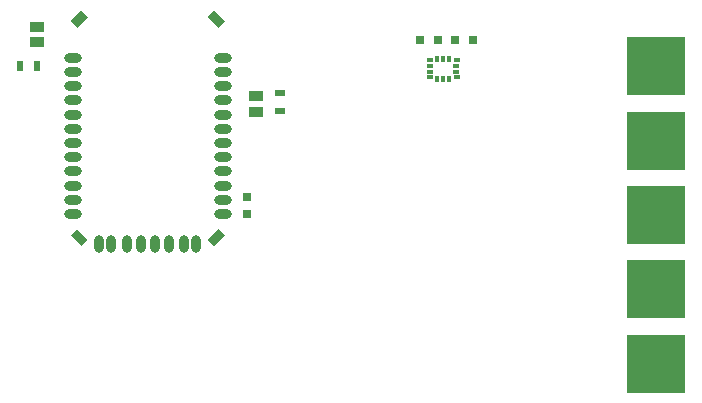
<source format=gbp>
G04 #@! TF.FileFunction,Paste,Bot*
%FSLAX46Y46*%
G04 Gerber Fmt 4.6, Leading zero omitted, Abs format (unit mm)*
G04 Created by KiCad (PCBNEW 4.0.6) date Fri Sep  8 15:05:28 2017*
%MOMM*%
%LPD*%
G01*
G04 APERTURE LIST*
%ADD10C,0.100000*%
%ADD11R,0.750000X0.800000*%
%ADD12R,0.800000X0.750000*%
%ADD13R,1.270000X0.970000*%
%ADD14R,5.000000X5.000000*%
%ADD15R,0.900000X0.500000*%
%ADD16R,0.500000X0.900000*%
%ADD17O,0.800000X1.500000*%
%ADD18O,1.500000X0.800000*%
%ADD19R,0.300000X0.600000*%
%ADD20R,0.500000X0.300000*%
%ADD21R,0.600000X0.300000*%
G04 APERTURE END LIST*
D10*
D11*
X226200000Y-117350000D03*
X226200000Y-115850000D03*
D12*
X243850000Y-102600000D03*
X245350000Y-102600000D03*
X242350000Y-102600000D03*
X240850000Y-102600000D03*
D13*
X227000000Y-108640000D03*
X227000000Y-107360000D03*
X208400000Y-102740000D03*
X208400000Y-101460000D03*
D14*
X260800000Y-123700000D03*
X260800000Y-130000000D03*
X260800000Y-111100000D03*
X260800000Y-104800000D03*
X260800000Y-117400000D03*
D15*
X229000000Y-108550000D03*
X229000000Y-107050000D03*
D16*
X206950000Y-104800000D03*
X208450000Y-104800000D03*
D10*
G36*
X212742462Y-100623223D02*
X211823223Y-101542462D01*
X211257538Y-100976777D01*
X212176777Y-100057538D01*
X212742462Y-100623223D01*
X212742462Y-100623223D01*
G37*
G36*
X223423223Y-100057538D02*
X224342462Y-100976777D01*
X223776777Y-101542462D01*
X222857538Y-100623223D01*
X223423223Y-100057538D01*
X223423223Y-100057538D01*
G37*
G36*
X211823223Y-118557538D02*
X212742462Y-119476777D01*
X212176777Y-120042462D01*
X211257538Y-119123223D01*
X211823223Y-118557538D01*
X211823223Y-118557538D01*
G37*
G36*
X224342462Y-119123223D02*
X223423223Y-120042462D01*
X222857538Y-119476777D01*
X223776777Y-118557538D01*
X224342462Y-119123223D01*
X224342462Y-119123223D01*
G37*
D17*
X213700000Y-119850000D03*
X214700000Y-119850000D03*
X216000000Y-119850000D03*
X217200000Y-119850000D03*
X218400000Y-119850000D03*
X219600000Y-119850000D03*
X220900000Y-119850000D03*
X221900000Y-119850000D03*
D18*
X211450000Y-104100000D03*
X211450000Y-105300000D03*
X211450000Y-106500000D03*
X211450000Y-107700000D03*
X211450000Y-112500000D03*
X211450000Y-111300000D03*
X211450000Y-110100000D03*
X211450000Y-108900000D03*
X211450000Y-113700000D03*
X211450000Y-114900000D03*
X211450000Y-116100000D03*
X211450000Y-117300000D03*
X224150000Y-117300000D03*
X224150000Y-116100000D03*
X224150000Y-114900000D03*
X224150000Y-113700000D03*
X224150000Y-112500000D03*
X224150000Y-111300000D03*
X224150000Y-110100000D03*
X224150000Y-108900000D03*
X224150000Y-107700000D03*
X224150000Y-106500000D03*
X224150000Y-105300000D03*
X224150000Y-104100000D03*
D19*
X242300000Y-105850000D03*
X242800000Y-105850000D03*
X243300000Y-105850000D03*
X243300000Y-104150000D03*
X242800000Y-104150000D03*
X242300000Y-104150000D03*
D20*
X241650000Y-104250000D03*
D21*
X241700000Y-104750000D03*
X241700000Y-105250000D03*
D20*
X241650000Y-105750000D03*
X243950000Y-105750000D03*
D21*
X243900000Y-105250000D03*
X243900000Y-104750000D03*
D20*
X243950000Y-104250000D03*
M02*

</source>
